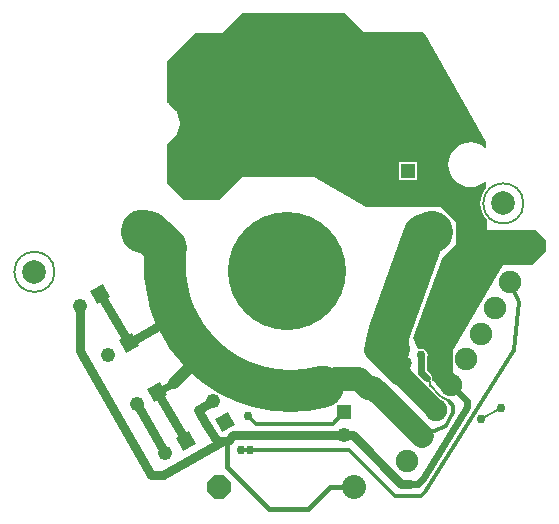
<source format=gbl>
G04 Layer_Physical_Order=2*
G04 Layer_Color=16711680*
%FSLAX24Y24*%
%MOIN*%
G70*
G01*
G75*
%ADD10C,0.0070*%
G04:AMPARAMS|DCode=13|XSize=78.7mil|YSize=78.7mil|CornerRadius=39.4mil|HoleSize=0mil|Usage=FLASHONLY|Rotation=45.000|XOffset=0mil|YOffset=0mil|HoleType=Round|Shape=RoundedRectangle|*
%AMROUNDEDRECTD13*
21,1,0.0787,0.0000,0,0,45.0*
21,1,0.0000,0.0787,0,0,45.0*
1,1,0.0787,0.0000,0.0000*
1,1,0.0787,0.0000,0.0000*
1,1,0.0787,0.0000,0.0000*
1,1,0.0787,0.0000,0.0000*
%
%ADD13ROUNDEDRECTD13*%
%ADD35C,0.0130*%
%ADD36C,0.0080*%
%ADD37C,0.0120*%
%ADD38C,0.0800*%
%ADD39C,0.0160*%
%ADD42C,0.0300*%
%ADD43C,0.0240*%
%ADD44C,0.0400*%
%ADD45C,0.0490*%
%ADD46R,0.0490X0.0490*%
%ADD47P,0.0693X4X165.0*%
%ADD48C,0.0800*%
%ADD49P,0.0866X8X22.5*%
%ADD50C,0.1000*%
%ADD52C,0.0748*%
%ADD53P,0.0693X4X255.0*%
%ADD54C,0.0300*%
%ADD55C,0.0290*%
%ADD56C,0.0400*%
%ADD57C,0.1400*%
G04:AMPARAMS|DCode=58|XSize=78.7mil|YSize=78.7mil|CornerRadius=39.4mil|HoleSize=0mil|Usage=FLASHONLY|Rotation=135.000|XOffset=0mil|YOffset=0mil|HoleType=Round|Shape=RoundedRectangle|*
%AMROUNDEDRECTD58*
21,1,0.0787,0.0000,0,0,135.0*
21,1,0.0000,0.0787,0,0,135.0*
1,1,0.0787,0.0000,0.0000*
1,1,0.0787,0.0000,0.0000*
1,1,0.0787,0.0000,0.0000*
1,1,0.0787,0.0000,0.0000*
%
%ADD58ROUNDEDRECTD58*%
%ADD59C,0.0650*%
%ADD60C,0.0220*%
%ADD61C,0.3937*%
G36*
X7295Y16134D02*
X9265D01*
X9325Y16074D01*
X11377Y12473D01*
X11377Y12302D01*
X11332Y12280D01*
X11271Y12330D01*
X11142Y12399D01*
X11002Y12442D01*
X10857Y12456D01*
X10711Y12442D01*
X10571Y12399D01*
X10442Y12330D01*
X10329Y12237D01*
X10236Y12124D01*
X10167Y11995D01*
X10124Y11855D01*
X10110Y11709D01*
X10124Y11564D01*
X10167Y11424D01*
X10236Y11295D01*
X10329Y11181D01*
X10442Y11089D01*
X10571Y11020D01*
X10711Y10977D01*
X10857Y10963D01*
X11002Y10977D01*
X11142Y11020D01*
X11271Y11089D01*
X11333Y11139D01*
X11378Y11118D01*
X11378Y10931D01*
X11306Y10843D01*
X11236Y10712D01*
X11193Y10569D01*
X11178Y10420D01*
X11193Y10271D01*
X11236Y10128D01*
X11306Y9997D01*
X11380Y9908D01*
X11380Y9540D01*
X13000D01*
X13350Y9190D01*
Y8800D01*
X12909Y8359D01*
X11919D01*
X9648Y4509D01*
X9624Y4508D01*
X9593Y4514D01*
X9577Y4539D01*
X9577Y4539D01*
X9560Y4555D01*
X9567Y4590D01*
X9554Y4658D01*
X9515Y4715D01*
X9413Y4818D01*
X9387Y4876D01*
Y5257D01*
X9402Y5280D01*
X9418Y5359D01*
X9402Y5439D01*
X9357Y5506D01*
X9290Y5551D01*
X9210Y5567D01*
X9130Y5551D01*
X9089Y5564D01*
X8930Y5929D01*
X9908Y8568D01*
X10355Y9078D01*
X10355Y9803D01*
X9858Y10300D01*
X7355Y10300D01*
X5635Y11310D01*
X3250D01*
X2474Y10534D01*
X1308Y10534D01*
X730Y11112D01*
X730Y12408D01*
X752Y12414D01*
X757Y12416D01*
X762Y12417D01*
X771Y12423D01*
X781Y12428D01*
X785Y12432D01*
X789Y12435D01*
X1041Y12687D01*
X1044Y12692D01*
X1048Y12695D01*
X1053Y12705D01*
X1059Y12714D01*
X1060Y12720D01*
X1063Y12725D01*
X1155Y13069D01*
X1156Y13075D01*
X1157Y13080D01*
X1157Y13091D01*
X1157Y13101D01*
X1156Y13107D01*
X1155Y13112D01*
X1063Y13457D01*
X1060Y13462D01*
X1059Y13467D01*
X1053Y13476D01*
X1048Y13486D01*
X1044Y13489D01*
X1041Y13494D01*
X789Y13746D01*
X780Y13752D01*
X772Y13759D01*
X730Y13783D01*
X730Y15179D01*
X1665Y16114D01*
X2574D01*
X3236Y16776D01*
X6653D01*
X7295Y16134D01*
D02*
G37*
%LPC*%
G36*
X9059Y11815D02*
X8461D01*
Y11217D01*
X9059D01*
Y11815D01*
D02*
G37*
%LPD*%
D10*
X-3021Y8140D02*
G03*
X-3021Y8140I-669J0D01*
G01*
X12609Y10420D02*
G03*
X12609Y10420I-669J0D01*
G01*
D13*
X-3690Y8140D02*
D03*
D35*
X-103Y9479D02*
Y9479D01*
X-103Y9479D02*
Y9479D01*
X-103Y9479D02*
X-103Y9479D01*
X3690Y3080D02*
X6246D01*
X3440Y3330D02*
X3690Y3080D01*
X9207Y669D02*
X9338Y800D01*
X8905Y669D02*
X9207D01*
X6790Y2200D02*
X8320Y670D01*
X3510Y2200D02*
X6790D01*
X3220D02*
X3510D01*
X3210Y2210D02*
X3220Y2200D01*
X8320Y670D02*
X8615Y670D01*
X6246Y3080D02*
X6640Y3474D01*
X9338Y800D02*
X12288Y5519D01*
X8905Y669D02*
X9136Y669D01*
X8615Y670D02*
X8905Y669D01*
X8905D02*
X8905D01*
X8825Y1084D02*
X8925Y1084D01*
X12288Y5519D02*
X12450Y7123D01*
X12287Y5515D02*
X12288Y5519D01*
X12175Y7780D02*
X12450Y7123D01*
D36*
X11200Y3248D02*
X11850Y3598D01*
X9516Y4340D02*
X9835Y4014D01*
X9509Y4347D02*
Y4471D01*
X9390Y4590D02*
X9509Y4471D01*
Y4347D02*
X9516Y4340D01*
X9835Y4014D02*
X10115Y3844D01*
D37*
X9217Y2673D02*
X10035Y3004D01*
X10210Y3320D01*
X10257Y3430D02*
X10277Y3478D01*
X10210Y3320D02*
X10257Y3430D01*
X10210Y3320D02*
X10210Y3320D01*
X10115Y3844D02*
X10278Y3681D01*
Y3529D02*
Y3681D01*
D38*
X7750Y4139D02*
X9217Y2673D01*
X6338Y4554D02*
X7126D01*
X7725Y4139D02*
X7750D01*
X7600Y4263D02*
X7725Y4139D01*
X8510Y4724D02*
Y4724D01*
X8209Y5024D02*
X8510Y4724D01*
X7417Y4263D02*
X7600D01*
X7126Y4554D02*
X7417Y4263D01*
X8211Y5023D02*
X8211Y5023D01*
X8209Y5024D02*
X8211Y5023D01*
X7704Y5530D02*
X7918Y5316D01*
X7704Y5530D02*
X7904Y5330D01*
X7904Y5330D01*
X7918Y5316D01*
X8209Y5024D01*
X8211Y5023D02*
X8305Y4934D01*
D39*
X2720Y1640D02*
X4130Y230D01*
X2720Y2480D02*
X2750Y2510D01*
X2720Y1640D02*
Y2480D01*
X6157Y959D02*
X6957D01*
X4130Y230D02*
X5427D01*
X6157Y959D01*
D42*
X1750Y3520D02*
X2258Y3840D01*
X556Y6402D02*
X1006Y6661D01*
X-549Y5767D02*
X556Y6402D01*
X401Y4127D02*
X1351Y2497D01*
X-1499Y7407D02*
X-549Y5767D01*
X-2185Y5496D02*
X190Y1360D01*
X-2185Y5496D02*
X-2181Y7013D01*
X-2185Y5496D02*
Y5496D01*
X2590Y2510D02*
X2750D01*
X2390D02*
X2590D01*
X190Y1360D02*
X610D01*
X2590Y2510D01*
X1750Y3520D02*
X2040Y3080D01*
X2390Y2510D01*
X2750D02*
X2926Y2686D01*
X6640D01*
X6923D02*
X8525Y1084D01*
X-281Y3733D02*
X669Y2103D01*
X6640Y2686D02*
X6923D01*
X8525Y1084D02*
X8825Y1084D01*
D43*
X401Y4127D02*
X947Y4433D01*
X9210Y4770D02*
Y5359D01*
Y4770D02*
X9390Y4590D01*
D44*
X947Y4433D02*
X1915Y5357D01*
D45*
X8760Y12303D02*
D03*
X2263Y3831D02*
D03*
X6640Y2686D02*
D03*
X669Y2103D02*
D03*
X-2181Y7013D02*
D03*
X-1231Y5373D02*
D03*
X-281Y3733D02*
D03*
D46*
X8760Y11516D02*
D03*
X6640Y3474D02*
D03*
D47*
X2657Y3149D02*
D03*
D48*
X6957Y959D02*
D03*
D49*
X2477D02*
D03*
D50*
X-103Y9479D02*
D03*
X9557Y9479D02*
D03*
D52*
X8725Y1820D02*
D03*
X9217Y2673D02*
D03*
X9709Y3525D02*
D03*
X10201Y4377D02*
D03*
X10693Y5230D02*
D03*
X11185Y6082D02*
D03*
X11677Y6935D02*
D03*
X12170Y7787D02*
D03*
D53*
X1351Y2497D02*
D03*
X-1499Y7407D02*
D03*
X-549Y5767D02*
D03*
X401Y4127D02*
D03*
D54*
X12670Y9240D02*
D03*
X10240Y6910D02*
D03*
X10930Y7810D02*
D03*
X3440Y3330D02*
D03*
X3510Y2200D02*
D03*
X3210Y2210D02*
D03*
X11200Y3248D02*
D03*
X9150Y6000D02*
D03*
X9210Y5359D02*
D03*
X3700Y11580D02*
D03*
X1600Y13510D02*
D03*
X3260Y14870D02*
D03*
X11850Y3598D02*
D03*
X8908Y14720D02*
D03*
X7885Y12835D02*
D03*
X8930Y12940D02*
D03*
X7160Y12290D02*
D03*
X3920Y14030D02*
D03*
X9300Y13980D02*
D03*
D55*
X3590Y4210D02*
D03*
X425Y6630D02*
D03*
D56*
X680Y8020D02*
D03*
X8510Y4724D02*
D03*
X8250Y3450D02*
D03*
X8100Y4000D02*
D03*
X6814Y4682D02*
D03*
X8680Y5100D02*
D03*
X8660Y4360D02*
D03*
X9070Y4164D02*
D03*
D57*
X680Y8920D02*
G03*
X821Y7159I4163J-553D01*
G01*
X882Y6972D02*
G03*
X1006Y6661I3962J1395D01*
G01*
X-99Y9515D02*
G03*
X-103Y9479I4629J-651D01*
G01*
X1915Y5357D02*
G03*
X5925Y4309I2929J3011D01*
G01*
X1006Y6661D02*
G03*
X1915Y5357I3838J1707D01*
G01*
X821Y7159D02*
G03*
X882Y6972I4022J1209D01*
G01*
X-103Y9479D02*
X121D01*
X680Y8920D01*
X-103Y9479D02*
X-103D01*
X-103D01*
X9296Y9357D02*
X9557Y9479D01*
X8157Y6211D02*
X9296Y9357D01*
X8040Y5698D02*
X8157Y6211D01*
X8040Y5698D02*
X8131Y5554D01*
X8130Y5551D02*
X8131Y5554D01*
D58*
X11940Y10420D02*
D03*
D59*
X10547Y6732D02*
X11020Y7550D01*
X9924Y5654D02*
X10547Y6732D01*
X8769Y4469D02*
X9071Y4165D01*
X8409Y4830D02*
X8512Y4726D01*
X8769Y4469D01*
X9071Y4165D02*
X9708Y3526D01*
X8305Y4934D02*
X8409Y4830D01*
X9924Y4634D02*
Y5654D01*
Y4634D02*
X10171Y4387D01*
D60*
X10190Y4366D02*
X10725Y3824D01*
X10170Y4386D02*
X10190Y4366D01*
X9297Y1287D02*
X10734Y3641D01*
X8925Y1084D02*
X9095Y1084D01*
X9297Y1287D01*
X10725Y3824D02*
X10734Y3816D01*
Y3641D02*
Y3816D01*
D61*
X4717Y8169D02*
D03*
M02*

</source>
